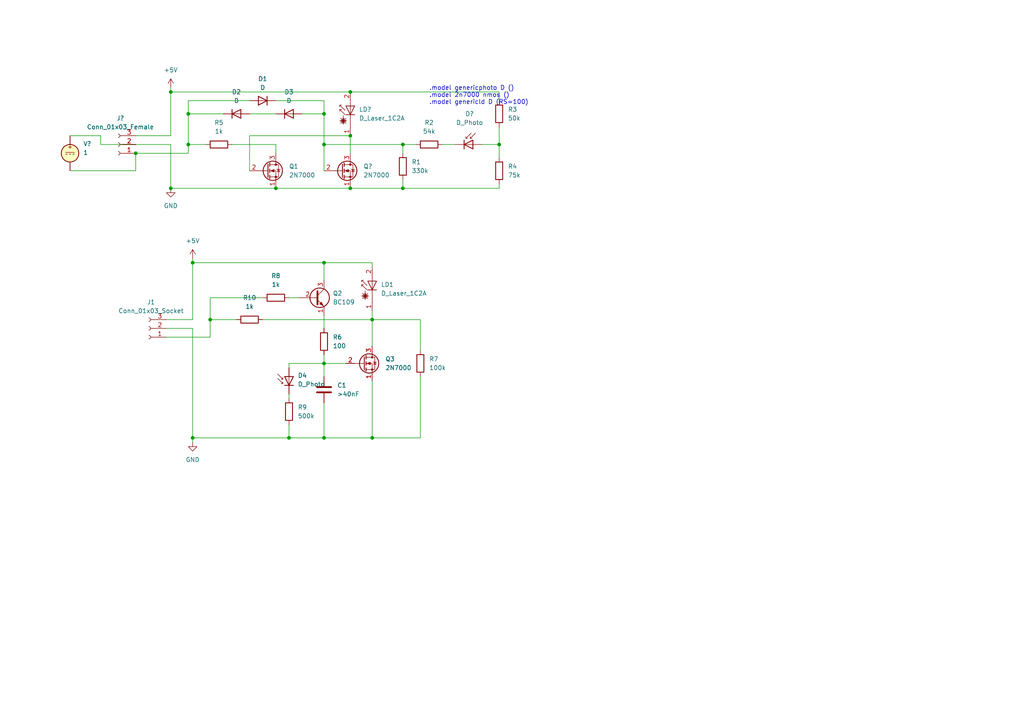
<source format=kicad_sch>
(kicad_sch (version 20230121) (generator eeschema)
  (paper "A4")
  (lib_symbols
    (symbol "Connector:Conn_01x03_Female" (pin_names (offset 1.016) hide)
      (property "Reference" "J" (at 0 5.08 0))
      (property "Value" "Conn_01x03_Female" (at 0 -5.08 0))
      (symbol "Conn_01x03_Female_1_1"
        (arc (start 0 -2.032) (mid -0.5058 -2.54) (end 0 -3.048) (stroke (width 0.1524)))
        (polyline (pts (xy -1.27 -2.54) (xy -0.508 -2.54)) (stroke (width 0.1524)))
        (polyline (pts (xy -1.27 0) (xy -0.508 0)) (stroke (width 0.1524)))
        (polyline (pts (xy -1.27 2.54) (xy -0.508 2.54)) (stroke (width 0.1524)))
        (arc (start 0 0.508) (mid -0.5058 0) (end 0 -0.508) (stroke (width 0.1524)))
        (arc (start 0 3.048) (mid -0.5058 2.54) (end 0 2.032) (stroke (width 0.1524)))
        (pin passive line (at -5.08 2.54 0) (length 3.81) (name "Pin_1") (number "1"))
        (pin passive line (at -5.08 0 0) (length 3.81) (name "Pin_2") (number "2"))
        (pin passive line (at -5.08 -2.54 0) (length 3.81) (name "Pin_3") (number "3"))
      )
    )
    (symbol "Connector:Conn_01x03_Socket" (pin_names (offset 1.016) hide)
      (property "Reference" "J" (at 0 5.08 0))
      (property "Value" "Conn_01x03_Socket" (at 0 -5.08 0))
      (symbol "Conn_01x03_Socket_1_1"
        (arc (start 0 -2.032) (mid -0.5058 -2.54) (end 0 -3.048) (stroke (width 0.1524)))
        (polyline (pts (xy -1.27 -2.54) (xy -0.508 -2.54)) (stroke (width 0.1524)))
        (polyline (pts (xy -1.27 0) (xy -0.508 0)) (stroke (width 0.1524)))
        (polyline (pts (xy -1.27 2.54) (xy -0.508 2.54)) (stroke (width 0.1524)))
        (arc (start 0 0.508) (mid -0.5058 0) (end 0 -0.508) (stroke (width 0.1524)))
        (arc (start 0 3.048) (mid -0.5058 2.54) (end 0 2.032) (stroke (width 0.1524)))
        (pin passive line (at -5.08 2.54 0) (length 3.81) (name "Pin_1") (number "1"))
        (pin passive line (at -5.08 0 0) (length 3.81) (name "Pin_2") (number "2"))
        (pin passive line (at -5.08 -2.54 0) (length 3.81) (name "Pin_3") (number "3"))
      )
    )
    (symbol "Device:C" (pin_numbers hide) (pin_names (offset 0.254))
      (property "Reference" "C" (at 0.635 2.54 0))
      (property "Value" "C" (at 0.635 -2.54 0))
      (symbol "C_0_1"
        (polyline (pts (xy -2.032 -0.762) (xy 2.032 -0.762)) (stroke (width 0.508)))
        (polyline (pts (xy -2.032 0.762) (xy 2.032 0.762)) (stroke (width 0.508)))
      )
      (symbol "C_1_1"
        (pin passive line (at 0 3.81 270) (length 2.794) (name "~") (number "1"))
        (pin passive line (at 0 -3.81 90) (length 2.794) (name "~") (number "2"))
      )
    )
    (symbol "Device:D" (pin_numbers hide) (pin_names (offset 1.016) hide)
      (property "Reference" "D" (at 0 2.54 0))
      (property "Value" "D" (at 0 -2.54 0))
      (symbol "D_0_1"
        (polyline (pts (xy -1.27 1.27) (xy -1.27 -1.27)) (stroke (width 0.254)))
        (polyline (pts (xy 1.27 0) (xy -1.27 0)))
        (polyline (pts (xy 1.27 1.27) (xy 1.27 -1.27) (xy -1.27 0) (xy 1.27 1.27)) (stroke (width 0.254)))
      )
      (symbol "D_1_1"
        (pin passive line (at -3.81 0 0) (length 2.54) (name "K") (number "1"))
        (pin passive line (at 3.81 0 180) (length 2.54) (name "A") (number "2"))
      )
    )
    (symbol "Device:D_Laser_1C2A" (pin_names (offset 1.016) hide)
      (property "Reference" "LD" (at -1.27 4.445 0))
      (property "Value" "D_Laser_1C2A" (at -1.27 -2.54 0))
      (symbol "D_Laser_1C2A_0_1"
        (polyline (pts (xy -4.064 1.27) (xy -2.54 2.794)))
        (polyline (pts (xy -4.064 1.778) (xy -2.54 2.286)))
        (polyline (pts (xy -4.064 2.286) (xy -2.54 1.778)))
        (polyline (pts (xy -4.064 2.794) (xy -2.54 1.27)))
        (polyline (pts (xy -3.556 2.794) (xy -3.048 1.27)))
        (polyline (pts (xy -3.302 2.032) (xy -3.302 1.016)))
        (polyline (pts (xy -3.302 2.032) (xy -3.302 3.048)))
        (polyline (pts (xy -3.048 2.794) (xy -3.556 1.27)))
        (polyline (pts (xy -1.778 2.032) (xy -4.318 2.032)))
        (polyline (pts (xy -1.524 1.27) (xy -1.524 -1.27)) (stroke (width 0.2032)))
        (polyline (pts (xy 1.27 3.048) (xy 0.762 3.048)))
        (polyline (pts (xy 2.54 0) (xy -5.08 0)))
        (polyline (pts (xy -0.254 1.524) (xy 1.27 3.048) (xy 1.27 2.54)))
        (polyline (pts (xy 1.016 1.27) (xy 1.016 -1.27) (xy -1.524 0) (xy 1.016 1.27)) (stroke (width 0.2032)))
        (polyline (pts (xy -1.524 1.524) (xy 0 3.048) (xy 0 2.54) (xy 0 3.048) (xy -0.508 3.048)))
      )
      (symbol "D_Laser_1C2A_1_1"
        (pin passive line (at -7.62 0 0) (length 2.54) (name "K") (number "1"))
        (pin passive line (at 5.08 0 180) (length 2.54) (name "A") (number "2"))
      )
    )
    (symbol "Device:D_Photo" (pin_numbers hide) (pin_names hide)
      (property "Reference" "D" (at 0.508 1.778 0))
      (property "Value" "D_Photo" (at -1.016 -2.794 0))
      (symbol "D_Photo_0_1"
        (polyline (pts (xy -2.54 1.27) (xy -2.54 -1.27)) (stroke (width 0.254)))
        (polyline (pts (xy -2.032 1.778) (xy -1.524 1.778)))
        (polyline (pts (xy 0 0) (xy -2.54 0)))
        (polyline (pts (xy -0.508 3.302) (xy -2.032 1.778) (xy -2.032 2.286)))
        (polyline (pts (xy 0 -1.27) (xy 0 1.27) (xy -2.54 0) (xy 0 -1.27)) (stroke (width 0.254)))
        (polyline (pts (xy 0.762 3.302) (xy -0.762 1.778) (xy -0.762 2.286) (xy -0.762 1.778) (xy -0.254 1.778)))
      )
      (symbol "D_Photo_1_1"
        (pin passive line (at -5.08 0 0) (length 2.54) (name "K") (number "1"))
        (pin passive line (at 2.54 0 180) (length 2.54) (name "A") (number "2"))
      )
    )
    (symbol "Device:R" (pin_numbers hide) (pin_names (offset 0))
      (property "Reference" "R" (at 2.032 0 90))
      (property "Value" "R" (at 0 0 90))
      (symbol "R_0_1"
        (rectangle (start -1.016 -2.54) (end 1.016 2.54) (stroke (width 0.254)))
      )
      (symbol "R_1_1"
        (pin passive line (at 0 3.81 270) (length 1.27) (name "~") (number "1"))
        (pin passive line (at 0 -3.81 90) (length 1.27) (name "~") (number "2"))
      )
    )
    (symbol "Simulation_SPICE:VDC" (pin_numbers hide) (pin_names (offset 0.0254))
      (property "Reference" "V" (at 2.54 2.54 0))
      (property "Value" "VDC" (at 2.54 0 0))
      (property "Spice_Model" "dc(1)" (at 2.54 -2.54 0))
      (symbol "VDC_0_0"
        (polyline (pts (xy -1.27 0.254) (xy 1.27 0.254)))
        (polyline (pts (xy -0.762 -0.254) (xy -1.27 -0.254)))
        (polyline (pts (xy 0.254 -0.254) (xy -0.254 -0.254)))
        (polyline (pts (xy 1.27 -0.254) (xy 0.762 -0.254)))
        (text "+" (at 0 1.905 0) (effects (font (size 1.27 1.27))))
      )
      (symbol "VDC_0_1"
        (circle (center 0 0) (radius 2.54) (stroke (width 0.254)) (fill (type background)))
      )
      (symbol "VDC_1_1"
        (pin passive line (at 0 5.08 270) (length 2.54) (name "~") (number "1"))
        (pin passive line (at 0 -5.08 90) (length 2.54) (name "~") (number "2"))
      )
    )
    (symbol "Transistor_BJT:BC109" (pin_names (offset 0) hide)
      (property "Reference" "Q" (at 5.08 1.905 0))
      (property "Value" "BC109" (at 5.08 0 0))
      (symbol "BC109_0_1"
        (polyline (pts (xy 0.635 0.635) (xy 2.54 2.54)))
        (polyline (pts (xy 0.635 -0.635) (xy 2.54 -2.54) (xy 2.54 -2.54)))
        (polyline (pts (xy 0.635 1.905) (xy 0.635 -1.905) (xy 0.635 -1.905)) (stroke (width 0.508)))
        (polyline (pts (xy 1.27 -1.778) (xy 1.778 -1.27) (xy 2.286 -2.286) (xy 1.27 -1.778) (xy 1.27 -1.778)) (fill (type outline)))
        (circle (center 1.27 0) (radius 2.8194) (stroke (width 0.254)))
      )
      (symbol "BC109_1_1"
        (pin passive line (at 2.54 -5.08 90) (length 2.54) (name "E") (number "1"))
        (pin input line (at -5.08 0 0) (length 5.715) (name "B") (number "2"))
        (pin passive line (at 2.54 5.08 270) (length 2.54) (name "C") (number "3"))
      )
    )
    (symbol "Transistor_FET:2N7000" (pin_names hide)
      (property "Reference" "Q" (at 5.08 1.905 0))
      (property "Value" "2N7000" (at 5.08 0 0))
      (symbol "2N7000_0_1"
        (polyline (pts (xy 0.254 0) (xy -2.54 0)))
        (polyline (pts (xy 0.254 1.905) (xy 0.254 -1.905)) (stroke (width 0.254)))
        (polyline (pts (xy 0.762 -1.27) (xy 0.762 -2.286)) (stroke (width 0.254)))
        (polyline (pts (xy 0.762 0.508) (xy 0.762 -0.508)) (stroke (width 0.254)))
        (polyline (pts (xy 0.762 2.286) (xy 0.762 1.27)) (stroke (width 0.254)))
        (polyline (pts (xy 2.54 2.54) (xy 2.54 1.778)))
        (polyline (pts (xy 2.54 -2.54) (xy 2.54 0) (xy 0.762 0)))
        (polyline (pts (xy 0.762 -1.778) (xy 3.302 -1.778) (xy 3.302 1.778) (xy 0.762 1.778)))
        (polyline (pts (xy 1.016 0) (xy 2.032 0.381) (xy 2.032 -0.381) (xy 1.016 0)) (fill (type outline)))
        (polyline (pts (xy 2.794 0.508) (xy 2.921 0.381) (xy 3.683 0.381) (xy 3.81 0.254)))
        (polyline (pts (xy 3.302 0.381) (xy 2.921 -0.254) (xy 3.683 -0.254) (xy 3.302 0.381)))
        (circle (center 1.651 0) (radius 2.794) (stroke (width 0.254)))
        (circle (center 2.54 -1.778) (radius 0.254) (fill (type outline)))
        (circle (center 2.54 1.778) (radius 0.254) (fill (type outline)))
      )
      (symbol "2N7000_1_1"
        (pin passive line (at 2.54 -5.08 90) (length 2.54) (name "S") (number "1"))
        (pin input line (at -5.08 0 0) (length 2.54) (name "G") (number "2"))
        (pin passive line (at 2.54 5.08 270) (length 2.54) (name "D") (number "3"))
      )
    )
    (symbol "power:+5V" (power) (pin_names (offset 0))
      (property "Value" "+5V" (at 0 3.556 0))
      (symbol "+5V_0_1"
        (polyline (pts (xy -0.762 1.27) (xy 0 2.54)))
        (polyline (pts (xy 0 0) (xy 0 2.54)))
        (polyline (pts (xy 0 2.54) (xy 0.762 1.27)))
      )
      (symbol "+5V_1_1"
        (pin power_in line (at 0 0 90) (length 0) hide (name "+5V") (number "1"))
      )
    )
    (symbol "power:GND" (power) (pin_names (offset 0))
      (property "Value" "GND" (at 0 -3.81 0))
      (symbol "GND_0_1"
        (polyline (pts (xy 0 0) (xy 0 -1.27) (xy 1.27 -1.27) (xy 0 -2.54) (xy -1.27 -1.27) (xy 0 -1.27)))
      )
      (symbol "GND_1_1"
        (pin power_in line (at 0 0 270) (length 0) hide (name "GND") (number "1"))
      )
    )
  )
  (junction (at 39.37 44.45))
  (junction (at 101.6 54.61))
  (junction (at 54.61 41.91))
  (junction (at 116.84 41.91))
  (junction (at 93.98 33.02))
  (junction (at 60.96 92.71))
  (junction (at 54.61 33.02))
  (junction (at 55.88 76.2))
  (junction (at 101.6 26.67))
  (junction (at 107.95 92.71))
  (junction (at 80.01 54.61))
  (junction (at 55.88 127))
  (junction (at 83.82 127))
  (junction (at 116.84 54.61))
  (junction (at 49.53 54.61))
  (junction (at 93.98 127))
  (junction (at 101.6 39.37))
  (junction (at 144.78 41.91))
  (junction (at 93.98 105.41))
  (junction (at 49.53 26.67))
  (junction (at 107.95 127))
  (junction (at 93.98 41.91))
  (junction (at 93.98 76.2))
  (wire (pts (xy 93.98 91.44) (xy 93.98 95.25)))
  (wire (pts (xy 55.88 76.2) (xy 55.88 92.71)))
  (wire (pts (xy 144.78 29.21) (xy 144.78 26.67)))
  (wire (pts (xy 55.88 127) (xy 55.88 128.27)))
  (wire (pts (xy 83.82 114.3) (xy 83.82 115.57)))
  (wire (pts (xy 101.6 39.37) (xy 72.39 39.37)))
  (wire (pts (xy 93.98 33.02) (xy 93.98 41.91)))
  (wire (pts (xy 87.63 33.02) (xy 93.98 33.02)))
  (wire (pts (xy 128.27 41.91) (xy 132.08 41.91)))
  (wire (pts (xy 107.95 90.17) (xy 107.95 92.71)))
  (wire (pts (xy 93.98 49.53) (xy 93.98 41.91)))
  (wire (pts (xy 144.78 54.61) (xy 144.78 53.34)))
  (wire (pts (xy 144.78 36.83) (xy 144.78 41.91)))
  (wire (pts (xy 139.7 41.91) (xy 144.78 41.91)))
  (wire (pts (xy 54.61 33.02) (xy 64.77 33.02)))
  (wire (pts (xy 83.82 86.36) (xy 86.36 86.36)))
  (wire (pts (xy 29.21 41.91) (xy 49.53 41.91)))
  (wire (pts (xy 121.92 127) (xy 107.95 127)))
  (wire (pts (xy 121.92 101.6) (xy 121.92 92.71)))
  (wire (pts (xy 49.53 54.61) (xy 80.01 54.61)))
  (wire (pts (xy 93.98 76.2) (xy 93.98 81.28)))
  (wire (pts (xy 60.96 92.71) (xy 68.58 92.71)))
  (wire (pts (xy 93.98 105.41) (xy 83.82 105.41)))
  (wire (pts (xy 55.88 74.93) (xy 55.88 76.2)))
  (wire (pts (xy 54.61 41.91) (xy 54.61 44.45)))
  (wire (pts (xy 80.01 29.21) (xy 93.98 29.21)))
  (wire (pts (xy 72.39 33.02) (xy 80.01 33.02)))
  (wire (pts (xy 54.61 41.91) (xy 59.69 41.91)))
  (wire (pts (xy 49.53 26.67) (xy 49.53 39.37)))
  (wire (pts (xy 49.53 54.61) (xy 49.53 41.91)))
  (wire (pts (xy 93.98 102.87) (xy 93.98 105.41)))
  (wire (pts (xy 80.01 54.61) (xy 101.6 54.61)))
  (wire (pts (xy 101.6 39.37) (xy 101.6 44.45)))
  (wire (pts (xy 93.98 105.41) (xy 93.98 109.22)))
  (wire (pts (xy 107.95 92.71) (xy 107.95 100.33)))
  (wire (pts (xy 83.82 105.41) (xy 83.82 106.68)))
  (wire (pts (xy 144.78 41.91) (xy 144.78 45.72)))
  (wire (pts (xy 116.84 54.61) (xy 144.78 54.61)))
  (wire (pts (xy 49.53 25.4) (xy 49.53 26.67)))
  (wire (pts (xy 20.32 49.53) (xy 39.37 49.53)))
  (wire (pts (xy 83.82 123.19) (xy 83.82 127)))
  (wire (pts (xy 107.95 127) (xy 93.98 127)))
  (wire (pts (xy 72.39 29.21) (xy 54.61 29.21)))
  (wire (pts (xy 55.88 95.25) (xy 48.26 95.25)))
  (wire (pts (xy 93.98 105.41) (xy 100.33 105.41)))
  (wire (pts (xy 80.01 41.91) (xy 80.01 44.45)))
  (wire (pts (xy 107.95 76.2) (xy 107.95 77.47)))
  (wire (pts (xy 76.2 92.71) (xy 107.95 92.71)))
  (wire (pts (xy 67.31 41.91) (xy 80.01 41.91)))
  (wire (pts (xy 121.92 92.71) (xy 107.95 92.71)))
  (wire (pts (xy 101.6 26.67) (xy 49.53 26.67)))
  (wire (pts (xy 83.82 127) (xy 93.98 127)))
  (wire (pts (xy 93.98 76.2) (xy 55.88 76.2)))
  (wire (pts (xy 60.96 86.36) (xy 60.96 92.71)))
  (wire (pts (xy 101.6 26.67) (xy 144.78 26.67)))
  (wire (pts (xy 116.84 41.91) (xy 120.65 41.91)))
  (wire (pts (xy 72.39 39.37) (xy 72.39 49.53)))
  (wire (pts (xy 93.98 41.91) (xy 116.84 41.91)))
  (wire (pts (xy 29.21 39.37) (xy 29.21 41.91)))
  (wire (pts (xy 93.98 116.84) (xy 93.98 127)))
  (wire (pts (xy 93.98 29.21) (xy 93.98 33.02)))
  (wire (pts (xy 101.6 54.61) (xy 116.84 54.61)))
  (wire (pts (xy 54.61 33.02) (xy 54.61 41.91)))
  (wire (pts (xy 20.32 39.37) (xy 29.21 39.37)))
  (wire (pts (xy 116.84 41.91) (xy 116.84 44.45)))
  (wire (pts (xy 107.95 76.2) (xy 93.98 76.2)))
  (wire (pts (xy 116.84 52.07) (xy 116.84 54.61)))
  (wire (pts (xy 121.92 109.22) (xy 121.92 127)))
  (wire (pts (xy 54.61 44.45) (xy 39.37 44.45)))
  (wire (pts (xy 55.88 95.25) (xy 55.88 127)))
  (wire (pts (xy 107.95 110.49) (xy 107.95 127)))
  (wire (pts (xy 48.26 92.71) (xy 55.88 92.71)))
  (wire (pts (xy 55.88 127) (xy 83.82 127)))
  (wire (pts (xy 60.96 86.36) (xy 76.2 86.36)))
  (wire (pts (xy 60.96 97.79) (xy 48.26 97.79)))
  (wire (pts (xy 39.37 49.53) (xy 39.37 44.45)))
  (wire (pts (xy 39.37 39.37) (xy 49.53 39.37)))
  (wire (pts (xy 60.96 92.71) (xy 60.96 97.79)))
  (wire (pts (xy 54.61 29.21) (xy 54.61 33.02)))
  (text ".model genericphoto D ()\n.model 2n7000 nmos ()\n.model genericld D (RS=100)" (at 124.46 30.48 0) (effects (font (size 1.27 1.27)) (justify left bottom)))
  (symbol (lib_id "Device:D_Laser_1C2A") (at 101.6 31.75 90) (unit 1)
    (property "Reference" "LD?" (at 104.14 31.7499 90) (effects (justify right)))
    (property "Value" "D_Laser_1C2A" (at 104.14 34.2899 90) (effects (justify right)))
    (property "Sim.Device" "SPICE" (effects hide))
    (property "Sim.Params" "type=\"D\" model=\"GenericLD\" lib=\"\"" (effects hide))
    (property "Sim.Pins" "1=1 2=2" (effects hide))
  )
  (symbol (lib_id "Device:R") (at 72.39 92.71 90) (unit 1)
    (property "Reference" "R10" (at 72.39 86.36 90))
    (property "Value" "1k" (at 72.39 88.9 90))
  )
  (symbol (lib_id "Transistor_FET:2N7000") (at 99.06 49.53 0) (unit 1)
    (property "Reference" "Q?" (at 105.41 48.2599 0) (effects (justify left)))
    (property "Value" "2N7000" (at 105.41 50.7999 0) (effects (justify left)))
    (property "Footprint" "Package_TO_SOT_THT:TO-92_Inline" (effects hide))
    (property "Datasheet" "https://www.vishay.com/docs/70226/70226.pdf" (effects hide))
    (property "Sim.Device" "SPICE" (effects hide))
    (property "Sim.Params" "type=\"M\" model=\"2N7000\" lib=\"\"" (effects hide))
    (property "Sim.Pins" "1=1 2=2 3=3" (effects hide))
  )
  (symbol (lib_id "power:+5V") (at 49.53 25.4 0) (unit 1)
    (property "Reference" "#PWR?" (effects hide))
    (property "Value" "+5V" (at 49.53 20.32 0))
  )
  (symbol (lib_id "Device:R") (at 144.78 49.53 0) (unit 1)
    (property "Reference" "R4" (at 147.32 48.2599 0) (effects (justify left)))
    (property "Value" "75k" (at 147.32 50.7999 0) (effects (justify left)))
  )
  (symbol (lib_id "Device:R") (at 83.82 119.38 0) (unit 1)
    (property "Reference" "R9" (at 86.36 118.11 0) (effects (justify left)))
    (property "Value" "500k" (at 86.36 120.65 0) (effects (justify left)))
  )
  (symbol (lib_id "Transistor_FET:2N7000") (at 77.47 49.53 0) (unit 1)
    (property "Reference" "Q1" (at 83.82 48.26 0) (effects (justify left)))
    (property "Value" "2N7000" (at 83.82 50.8 0) (effects (justify left)))
    (property "Footprint" "Package_TO_SOT_THT:TO-92_Inline" (effects hide))
    (property "Datasheet" "https://www.vishay.com/docs/70226/70226.pdf" (effects hide))
    (property "Sim.Device" "SPICE" (effects hide))
    (property "Sim.Params" "type=\"M\" model=\"2N7000\" lib=\"\"" (effects hide))
    (property "Sim.Pins" "1=1 2=2 3=3" (effects hide))
  )
  (symbol (lib_id "Simulation_SPICE:VDC") (at 20.32 44.45 0) (unit 1)
    (property "Reference" "V?" (at 24.13 41.7201 0) (effects (justify left)))
    (property "Value" "1" (at 24.13 44.2601 0) (effects (justify left)))
    (property "Sim.Device" "V" (effects hide))
    (property "Sim.Type" "DC" (effects hide))
    (property "Sim.Pins" "1=+ 2=-" (effects hide))
  )
  (symbol (lib_id "Device:D") (at 83.82 33.02 0) (unit 1)
    (property "Reference" "D3" (at 83.82 26.67 0))
    (property "Value" "D" (at 83.82 29.21 0))
    (property "Sim.Device" "D" (effects hide))
    (property "Sim.Pins" "1=K 2=A" (effects hide))
  )
  (symbol (lib_id "Device:R") (at 116.84 48.26 0) (unit 1)
    (property "Reference" "R1" (at 119.38 46.9899 0) (effects (justify left)))
    (property "Value" "330k" (at 119.38 49.5299 0) (effects (justify left)))
  )
  (symbol (lib_id "Device:R") (at 80.01 86.36 90) (unit 1)
    (property "Reference" "R8" (at 80.01 80.01 90))
    (property "Value" "1k" (at 80.01 82.55 90))
  )
  (symbol (lib_id "power:+5V") (at 55.88 74.93 0) (unit 1)
    (property "Reference" "#PWR02" (effects hide))
    (property "Value" "+5V" (at 55.88 69.85 0))
  )
  (symbol (lib_id "power:GND") (at 49.53 54.61 0) (unit 1)
    (property "Reference" "#PWR?" (effects hide))
    (property "Value" "GND" (at 49.53 59.69 0))
  )
  (symbol (lib_id "Device:D_Laser_1C2A") (at 107.95 82.55 90) (unit 1)
    (property "Reference" "LD1" (at 110.49 82.55 90) (effects (justify right)))
    (property "Value" "D_Laser_1C2A" (at 110.49 85.09 90) (effects (justify right)))
  )
  (symbol (lib_id "Connector:Conn_01x03_Female") (at 34.29 41.91 180) (unit 1)
    (property "Reference" "J?" (at 34.925 34.29 0))
    (property "Value" "Conn_01x03_Female" (at 34.925 36.83 0))
    (property "Sim.Enable" "0" (effects hide))
    (property "Sim.Device" "SPICE" (effects hide))
    (property "Sim.Params" "type=\"J\" model=\"Conn_01x03_Female\" lib=\"\"" (effects hide))
    (property "Sim.Pins" "1=1 2=2 3=3" (effects hide))
  )
  (symbol (lib_id "Device:C") (at 93.98 113.03 0) (unit 1)
    (property "Reference" "C1" (at 97.79 111.76 0) (effects (justify left)))
    (property "Value" ">40nF" (at 97.79 114.3 0) (effects (justify left)))
  )
  (symbol (lib_id "Device:R") (at 93.98 99.06 0) (unit 1)
    (property "Reference" "R6" (at 96.52 97.79 0) (effects (justify left)))
    (property "Value" "100" (at 96.52 100.33 0) (effects (justify left)))
  )
  (symbol (lib_id "Device:D") (at 76.2 29.21 180) (unit 1)
    (property "Reference" "D1" (at 76.2 22.86 0))
    (property "Value" "D" (at 76.2 25.4 0))
    (property "Sim.Device" "D" (effects hide))
    (property "Sim.Pins" "1=K 2=A" (effects hide))
  )
  (symbol (lib_id "Device:R") (at 63.5 41.91 90) (unit 1)
    (property "Reference" "R5" (at 63.5 35.56 90))
    (property "Value" "1k" (at 63.5 38.1 90))
  )
  (symbol (lib_id "Transistor_FET:2N7000") (at 105.41 105.41 0) (unit 1)
    (property "Reference" "Q3" (at 111.76 104.14 0) (effects (justify left)))
    (property "Value" "2N7000" (at 111.76 106.68 0) (effects (justify left)))
    (property "Footprint" "Package_TO_SOT_THT:TO-92_Inline" (effects hide))
    (property "Datasheet" "https://www.vishay.com/docs/70226/70226.pdf" (effects hide))
  )
  (symbol (lib_id "Connector:Conn_01x03_Socket") (at 43.18 95.25 180) (unit 1)
    (property "Reference" "J1" (at 43.815 87.63 0))
    (property "Value" "Conn_01x03_Socket" (at 43.815 90.17 0))
  )
  (symbol (lib_id "Device:R") (at 124.46 41.91 90) (unit 1)
    (property "Reference" "R2" (at 124.46 35.56 90))
    (property "Value" "54k" (at 124.46 38.1 90))
  )
  (symbol (lib_id "Device:R") (at 144.78 33.02 0) (unit 1)
    (property "Reference" "R3" (at 147.32 31.7499 0) (effects (justify left)))
    (property "Value" "50k" (at 147.32 34.2899 0) (effects (justify left)))
  )
  (symbol (lib_id "power:GND") (at 55.88 128.27 0) (unit 1)
    (property "Reference" "#PWR01" (effects hide))
    (property "Value" "GND" (at 55.88 133.35 0))
  )
  (symbol (lib_id "Device:D_Photo") (at 137.16 41.91 0) (unit 1)
    (property "Reference" "D?" (at 136.2075 33.02 0))
    (property "Value" "D_Photo" (at 136.2075 35.56 0))
    (property "Sim.Device" "SPICE" (effects hide))
    (property "Sim.Params" "type=\"D\" model=\"GenericPhoto\" lib=\"\"" (effects hide))
    (property "Sim.Pins" "1=1 2=2" (effects hide))
  )
  (symbol (lib_id "Transistor_BJT:BC109") (at 91.44 86.36 0) (unit 1)
    (property "Reference" "Q2" (at 96.52 85.09 0) (effects (justify left)))
    (property "Value" "BC109" (at 96.52 87.63 0) (effects (justify left)))
    (property "Footprint" "Package_TO_SOT_THT:TO-18-3" (effects hide))
    (property "Datasheet" "http://www.farnell.com/datasheets/296634.pdf" (effects hide))
  )
  (symbol (lib_id "Device:D_Photo") (at 83.82 109.22 90) (unit 1)
    (property "Reference" "D4" (at 86.36 108.9025 90) (effects (justify right)))
    (property "Value" "D_Photo" (at 86.36 111.4425 90) (effects (justify right)))
  )
  (symbol (lib_id "Device:D") (at 68.58 33.02 0) (unit 1)
    (property "Reference" "D2" (at 68.58 26.67 0))
    (property "Value" "D" (at 68.58 29.21 0))
    (property "Sim.Device" "D" (effects hide))
    (property "Sim.Pins" "1=K 2=A" (effects hide))
  )
  (symbol (lib_id "Device:R") (at 121.92 105.41 0) (unit 1)
    (property "Reference" "R7" (at 124.46 104.14 0) (effects (justify left)))
    (property "Value" "100k" (at 124.46 106.68 0) (effects (justify left)))
  )
)
</source>
